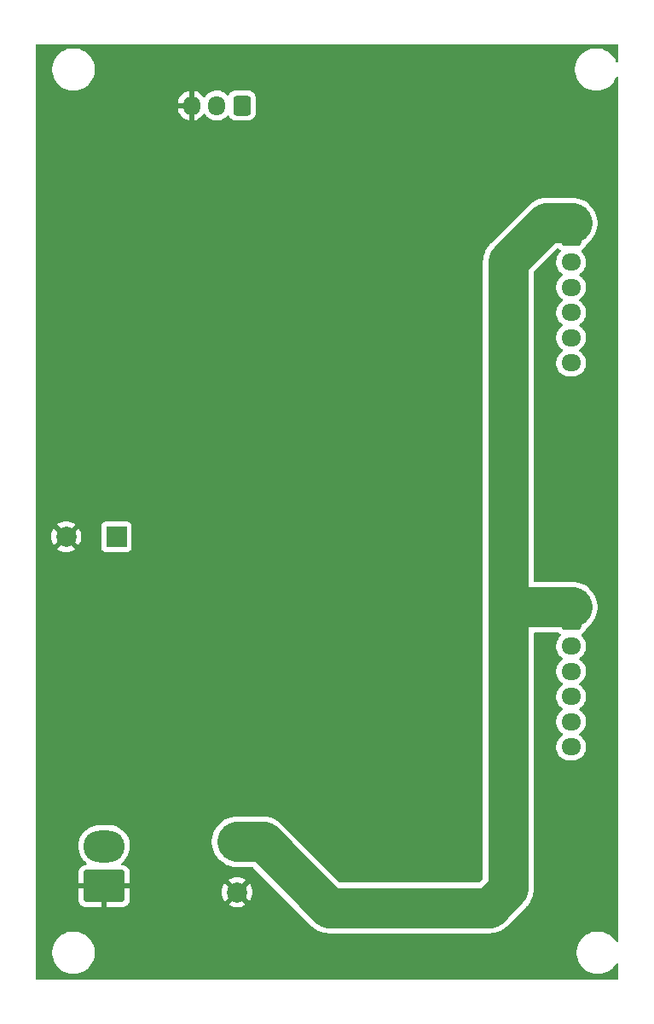
<source format=gbr>
%TF.GenerationSoftware,KiCad,Pcbnew,(6.0.6-0)*%
%TF.CreationDate,2024-07-06T11:12:15+02:00*%
%TF.ProjectId,10outputs,31306f75-7470-4757-9473-2e6b69636164,rev?*%
%TF.SameCoordinates,Original*%
%TF.FileFunction,Copper,L2,Bot*%
%TF.FilePolarity,Positive*%
%FSLAX46Y46*%
G04 Gerber Fmt 4.6, Leading zero omitted, Abs format (unit mm)*
G04 Created by KiCad (PCBNEW (6.0.6-0)) date 2024-07-06 11:12:15*
%MOMM*%
%LPD*%
G01*
G04 APERTURE LIST*
G04 Aperture macros list*
%AMRoundRect*
0 Rectangle with rounded corners*
0 $1 Rounding radius*
0 $2 $3 $4 $5 $6 $7 $8 $9 X,Y pos of 4 corners*
0 Add a 4 corners polygon primitive as box body*
4,1,4,$2,$3,$4,$5,$6,$7,$8,$9,$2,$3,0*
0 Add four circle primitives for the rounded corners*
1,1,$1+$1,$2,$3*
1,1,$1+$1,$4,$5*
1,1,$1+$1,$6,$7*
1,1,$1+$1,$8,$9*
0 Add four rect primitives between the rounded corners*
20,1,$1+$1,$2,$3,$4,$5,0*
20,1,$1+$1,$4,$5,$6,$7,0*
20,1,$1+$1,$6,$7,$8,$9,0*
20,1,$1+$1,$8,$9,$2,$3,0*%
G04 Aperture macros list end*
%TA.AperFunction,ComponentPad*%
%ADD10RoundRect,0.250000X0.600000X0.725000X-0.600000X0.725000X-0.600000X-0.725000X0.600000X-0.725000X0*%
%TD*%
%TA.AperFunction,ComponentPad*%
%ADD11O,1.700000X1.950000*%
%TD*%
%TA.AperFunction,ComponentPad*%
%ADD12RoundRect,0.250000X1.800000X-1.330000X1.800000X1.330000X-1.800000X1.330000X-1.800000X-1.330000X0*%
%TD*%
%TA.AperFunction,ComponentPad*%
%ADD13O,4.100000X3.160000*%
%TD*%
%TA.AperFunction,ComponentPad*%
%ADD14R,2.000000X2.000000*%
%TD*%
%TA.AperFunction,ComponentPad*%
%ADD15C,2.000000*%
%TD*%
%TA.AperFunction,ComponentPad*%
%ADD16RoundRect,0.250000X-0.725000X0.600000X-0.725000X-0.600000X0.725000X-0.600000X0.725000X0.600000X0*%
%TD*%
%TA.AperFunction,ComponentPad*%
%ADD17O,1.950000X1.700000*%
%TD*%
%TA.AperFunction,ViaPad*%
%ADD18C,4.000000*%
%TD*%
%TA.AperFunction,ViaPad*%
%ADD19C,1.500000*%
%TD*%
%TA.AperFunction,Conductor*%
%ADD20C,4.000000*%
%TD*%
G04 APERTURE END LIST*
D10*
%TO.P,J1,1,Pin_1*%
%TO.N,+3.3V*%
X110450000Y-39387000D03*
D11*
%TO.P,J1,2,Pin_2*%
%TO.N,IN1*%
X107950000Y-39387000D03*
%TO.P,J1,3,Pin_3*%
%TO.N,GND*%
X105450000Y-39387000D03*
%TD*%
D12*
%TO.P,J4,1,Pin_1*%
%TO.N,GND*%
X96774000Y-116840000D03*
D13*
%TO.P,J4,2,Pin_2*%
%TO.N,+24V*%
X96774000Y-112880000D03*
%TD*%
D14*
%TO.P,C1,1*%
%TO.N,+24V*%
X109982000Y-112440323D03*
D15*
%TO.P,C1,2*%
%TO.N,GND*%
X109982000Y-117440323D03*
%TD*%
D16*
%TO.P,J3,1,Pin_1*%
%TO.N,+24V*%
X143146000Y-52424000D03*
D17*
%TO.P,J3,2,Pin_2*%
%TO.N,GND_OUT10*%
X143146000Y-54924000D03*
%TO.P,J3,3,Pin_3*%
%TO.N,GND_OUT9*%
X143146000Y-57424000D03*
%TO.P,J3,4,Pin_4*%
%TO.N,GND_OUT8*%
X143146000Y-59924000D03*
%TO.P,J3,5,Pin_5*%
%TO.N,GND_OUT7*%
X143146000Y-62424000D03*
%TO.P,J3,6,Pin_6*%
%TO.N,GND_OUT6*%
X143146000Y-64924000D03*
%TD*%
D14*
%TO.P,C2,1*%
%TO.N,+5V*%
X97998677Y-82169000D03*
D15*
%TO.P,C2,2*%
%TO.N,GND*%
X92998677Y-82169000D03*
%TD*%
D16*
%TO.P,J2,1,Pin_1*%
%TO.N,+24V*%
X143146000Y-90524000D03*
D17*
%TO.P,J2,2,Pin_2*%
%TO.N,GND_OUT5*%
X143146000Y-93024000D03*
%TO.P,J2,3,Pin_3*%
%TO.N,GND_OUT4*%
X143146000Y-95524000D03*
%TO.P,J2,4,Pin_4*%
%TO.N,GND_OUT3*%
X143146000Y-98024000D03*
%TO.P,J2,5,Pin_5*%
%TO.N,GND_OUT2*%
X143146000Y-100524000D03*
%TO.P,J2,6,Pin_6*%
%TO.N,GND_OUT1*%
X143146000Y-103024000D03*
%TD*%
D18*
%TO.N,GND*%
X124841000Y-82804000D03*
X124841000Y-67564000D03*
D19*
X105791000Y-90424000D03*
D18*
X124841000Y-44704000D03*
X124841000Y-98044000D03*
X98171000Y-105029000D03*
X124841000Y-90424000D03*
X124841000Y-52324000D03*
X124841000Y-113284000D03*
X124841000Y-59944000D03*
X124841000Y-75184000D03*
X93726000Y-41529000D03*
D19*
X98806000Y-93599000D03*
D18*
X124841000Y-105664000D03*
%TD*%
D20*
%TO.N,+24V*%
X109982000Y-112440323D02*
X112567323Y-112440323D01*
X136906000Y-89154000D02*
X136906000Y-54864000D01*
X136906000Y-89154000D02*
X143256000Y-89154000D01*
X139446000Y-52324000D02*
X140716000Y-51054000D01*
X135001000Y-118999000D02*
X119126000Y-118999000D01*
X119126000Y-118999000D02*
X112567323Y-112440323D01*
X136906000Y-89154000D02*
X136906000Y-117094000D01*
X140716000Y-51054000D02*
X143256000Y-51054000D01*
X136906000Y-54864000D02*
X139446000Y-52324000D01*
X136906000Y-117094000D02*
X135001000Y-118999000D01*
%TD*%
%TA.AperFunction,Conductor*%
%TO.N,GND*%
G36*
X147788621Y-33303502D02*
G01*
X147835114Y-33357158D01*
X147846500Y-33409500D01*
X147846500Y-34993878D01*
X147826498Y-35061999D01*
X147772842Y-35108492D01*
X147702568Y-35118596D01*
X147637988Y-35089102D01*
X147604603Y-35043313D01*
X147525763Y-34858477D01*
X147524077Y-34854524D01*
X147376439Y-34607839D01*
X147196687Y-34383472D01*
X146988149Y-34185577D01*
X146754683Y-34017814D01*
X146732843Y-34006250D01*
X146709654Y-33993972D01*
X146500608Y-33883288D01*
X146230627Y-33784489D01*
X145949736Y-33723245D01*
X145918685Y-33720801D01*
X145726718Y-33705693D01*
X145726709Y-33705693D01*
X145724261Y-33705500D01*
X145568729Y-33705500D01*
X145566593Y-33705646D01*
X145566582Y-33705646D01*
X145358452Y-33719835D01*
X145358446Y-33719836D01*
X145354175Y-33720127D01*
X145349980Y-33720996D01*
X145349978Y-33720996D01*
X145213417Y-33749276D01*
X145072658Y-33778426D01*
X144801657Y-33874393D01*
X144546188Y-34006250D01*
X144542687Y-34008711D01*
X144542683Y-34008713D01*
X144532594Y-34015804D01*
X144310977Y-34171559D01*
X144100378Y-34367260D01*
X143918287Y-34589732D01*
X143768073Y-34834858D01*
X143652517Y-35098102D01*
X143573756Y-35374594D01*
X143533249Y-35659216D01*
X143533227Y-35663505D01*
X143533226Y-35663512D01*
X143531765Y-35942417D01*
X143531743Y-35946703D01*
X143569268Y-36231734D01*
X143645129Y-36509036D01*
X143646813Y-36512984D01*
X143677694Y-36585382D01*
X143757923Y-36773476D01*
X143905561Y-37020161D01*
X144085313Y-37244528D01*
X144293851Y-37442423D01*
X144527317Y-37610186D01*
X144531112Y-37612195D01*
X144531113Y-37612196D01*
X144552869Y-37623715D01*
X144781392Y-37744712D01*
X145051373Y-37843511D01*
X145332264Y-37904755D01*
X145360841Y-37907004D01*
X145555282Y-37922307D01*
X145555291Y-37922307D01*
X145557739Y-37922500D01*
X145713271Y-37922500D01*
X145715407Y-37922354D01*
X145715418Y-37922354D01*
X145923548Y-37908165D01*
X145923554Y-37908164D01*
X145927825Y-37907873D01*
X145932020Y-37907004D01*
X145932022Y-37907004D01*
X146068584Y-37878723D01*
X146209342Y-37849574D01*
X146480343Y-37753607D01*
X146735812Y-37621750D01*
X146739313Y-37619289D01*
X146739317Y-37619287D01*
X146853417Y-37539096D01*
X146971023Y-37456441D01*
X147181622Y-37260740D01*
X147363713Y-37038268D01*
X147513927Y-36793142D01*
X147605127Y-36585381D01*
X147650823Y-36531047D01*
X147718641Y-36510042D01*
X147787049Y-36529036D01*
X147834329Y-36582000D01*
X147846500Y-36636028D01*
X147846500Y-122308382D01*
X147826498Y-122376503D01*
X147772842Y-122422996D01*
X147702568Y-122433100D01*
X147637988Y-122403606D01*
X147612384Y-122373088D01*
X147533643Y-122241521D01*
X147533640Y-122241517D01*
X147531439Y-122237839D01*
X147351687Y-122013472D01*
X147143149Y-121815577D01*
X146909683Y-121647814D01*
X146887843Y-121636250D01*
X146864654Y-121623972D01*
X146655608Y-121513288D01*
X146439591Y-121434237D01*
X146389658Y-121415964D01*
X146389656Y-121415963D01*
X146385627Y-121414489D01*
X146104736Y-121353245D01*
X146073685Y-121350801D01*
X145881718Y-121335693D01*
X145881709Y-121335693D01*
X145879261Y-121335500D01*
X145723729Y-121335500D01*
X145721593Y-121335646D01*
X145721582Y-121335646D01*
X145513452Y-121349835D01*
X145513446Y-121349836D01*
X145509175Y-121350127D01*
X145504980Y-121350996D01*
X145504978Y-121350996D01*
X145368416Y-121379277D01*
X145227658Y-121408426D01*
X144956657Y-121504393D01*
X144701188Y-121636250D01*
X144697687Y-121638711D01*
X144697683Y-121638713D01*
X144687594Y-121645804D01*
X144465977Y-121801559D01*
X144255378Y-121997260D01*
X144073287Y-122219732D01*
X143923073Y-122464858D01*
X143807517Y-122728102D01*
X143728756Y-123004594D01*
X143688249Y-123289216D01*
X143688227Y-123293505D01*
X143688226Y-123293512D01*
X143686765Y-123572417D01*
X143686743Y-123576703D01*
X143724268Y-123861734D01*
X143800129Y-124139036D01*
X143912923Y-124403476D01*
X144060561Y-124650161D01*
X144240313Y-124874528D01*
X144448851Y-125072423D01*
X144682317Y-125240186D01*
X144686112Y-125242195D01*
X144686113Y-125242196D01*
X144707869Y-125253715D01*
X144936392Y-125374712D01*
X145206373Y-125473511D01*
X145487264Y-125534755D01*
X145515841Y-125537004D01*
X145710282Y-125552307D01*
X145710291Y-125552307D01*
X145712739Y-125552500D01*
X145868271Y-125552500D01*
X145870407Y-125552354D01*
X145870418Y-125552354D01*
X146078548Y-125538165D01*
X146078554Y-125538164D01*
X146082825Y-125537873D01*
X146087020Y-125537004D01*
X146087022Y-125537004D01*
X146223583Y-125508724D01*
X146364342Y-125479574D01*
X146635343Y-125383607D01*
X146890812Y-125251750D01*
X146894313Y-125249289D01*
X146894317Y-125249287D01*
X147008418Y-125169095D01*
X147126023Y-125086441D01*
X147336622Y-124890740D01*
X147518713Y-124668268D01*
X147613067Y-124514297D01*
X147665715Y-124466666D01*
X147735757Y-124455059D01*
X147800954Y-124483162D01*
X147840608Y-124542053D01*
X147846500Y-124580132D01*
X147846500Y-125972500D01*
X147826498Y-126040621D01*
X147772842Y-126087114D01*
X147720500Y-126098500D01*
X90108500Y-126098500D01*
X90040379Y-126078498D01*
X89993886Y-126024842D01*
X89982500Y-125972500D01*
X89982500Y-123576703D01*
X91616743Y-123576703D01*
X91654268Y-123861734D01*
X91730129Y-124139036D01*
X91842923Y-124403476D01*
X91990561Y-124650161D01*
X92170313Y-124874528D01*
X92378851Y-125072423D01*
X92612317Y-125240186D01*
X92616112Y-125242195D01*
X92616113Y-125242196D01*
X92637869Y-125253715D01*
X92866392Y-125374712D01*
X93136373Y-125473511D01*
X93417264Y-125534755D01*
X93445841Y-125537004D01*
X93640282Y-125552307D01*
X93640291Y-125552307D01*
X93642739Y-125552500D01*
X93798271Y-125552500D01*
X93800407Y-125552354D01*
X93800418Y-125552354D01*
X94008548Y-125538165D01*
X94008554Y-125538164D01*
X94012825Y-125537873D01*
X94017020Y-125537004D01*
X94017022Y-125537004D01*
X94153583Y-125508724D01*
X94294342Y-125479574D01*
X94565343Y-125383607D01*
X94820812Y-125251750D01*
X94824313Y-125249289D01*
X94824317Y-125249287D01*
X94938418Y-125169095D01*
X95056023Y-125086441D01*
X95266622Y-124890740D01*
X95448713Y-124668268D01*
X95598927Y-124423142D01*
X95714483Y-124159898D01*
X95793244Y-123883406D01*
X95833751Y-123598784D01*
X95833845Y-123580951D01*
X95835235Y-123315583D01*
X95835235Y-123315576D01*
X95835257Y-123311297D01*
X95797732Y-123026266D01*
X95721871Y-122748964D01*
X95609077Y-122484524D01*
X95461439Y-122237839D01*
X95281687Y-122013472D01*
X95073149Y-121815577D01*
X94839683Y-121647814D01*
X94817843Y-121636250D01*
X94794654Y-121623972D01*
X94585608Y-121513288D01*
X94369591Y-121434237D01*
X94319658Y-121415964D01*
X94319656Y-121415963D01*
X94315627Y-121414489D01*
X94034736Y-121353245D01*
X94003685Y-121350801D01*
X93811718Y-121335693D01*
X93811709Y-121335693D01*
X93809261Y-121335500D01*
X93653729Y-121335500D01*
X93651593Y-121335646D01*
X93651582Y-121335646D01*
X93443452Y-121349835D01*
X93443446Y-121349836D01*
X93439175Y-121350127D01*
X93434980Y-121350996D01*
X93434978Y-121350996D01*
X93298416Y-121379277D01*
X93157658Y-121408426D01*
X92886657Y-121504393D01*
X92631188Y-121636250D01*
X92627687Y-121638711D01*
X92627683Y-121638713D01*
X92617594Y-121645804D01*
X92395977Y-121801559D01*
X92185378Y-121997260D01*
X92003287Y-122219732D01*
X91853073Y-122464858D01*
X91737517Y-122728102D01*
X91658756Y-123004594D01*
X91618249Y-123289216D01*
X91618227Y-123293505D01*
X91618226Y-123293512D01*
X91616765Y-123572417D01*
X91616743Y-123576703D01*
X89982500Y-123576703D01*
X89982500Y-118217095D01*
X94216001Y-118217095D01*
X94216338Y-118223614D01*
X94226257Y-118319206D01*
X94229149Y-118332600D01*
X94280588Y-118486784D01*
X94286761Y-118499962D01*
X94372063Y-118637807D01*
X94381099Y-118649208D01*
X94495829Y-118763739D01*
X94507240Y-118772751D01*
X94645243Y-118857816D01*
X94658424Y-118863963D01*
X94812710Y-118915138D01*
X94826086Y-118918005D01*
X94920438Y-118927672D01*
X94926854Y-118928000D01*
X96501885Y-118928000D01*
X96517124Y-118923525D01*
X96518329Y-118922135D01*
X96520000Y-118914452D01*
X96520000Y-118909884D01*
X97028000Y-118909884D01*
X97032475Y-118925123D01*
X97033865Y-118926328D01*
X97041548Y-118927999D01*
X98621095Y-118927999D01*
X98627614Y-118927662D01*
X98723206Y-118917743D01*
X98736600Y-118914851D01*
X98890784Y-118863412D01*
X98903962Y-118857239D01*
X99041807Y-118771937D01*
X99053208Y-118762901D01*
X99142960Y-118672993D01*
X109114160Y-118672993D01*
X109119887Y-118680643D01*
X109291042Y-118785528D01*
X109299837Y-118790010D01*
X109509988Y-118877057D01*
X109519373Y-118880106D01*
X109740554Y-118933208D01*
X109750301Y-118934751D01*
X109977070Y-118952598D01*
X109986930Y-118952598D01*
X110213699Y-118934751D01*
X110223446Y-118933208D01*
X110444627Y-118880106D01*
X110454012Y-118877057D01*
X110664163Y-118790010D01*
X110672958Y-118785528D01*
X110840445Y-118682891D01*
X110849907Y-118672433D01*
X110846124Y-118663657D01*
X109994812Y-117812345D01*
X109980868Y-117804731D01*
X109979035Y-117804862D01*
X109972420Y-117809113D01*
X109120920Y-118660613D01*
X109114160Y-118672993D01*
X99142960Y-118672993D01*
X99167739Y-118648171D01*
X99176751Y-118636760D01*
X99261816Y-118498757D01*
X99267963Y-118485576D01*
X99319138Y-118331290D01*
X99322005Y-118317914D01*
X99331672Y-118223562D01*
X99332000Y-118217146D01*
X99332000Y-117445253D01*
X108469725Y-117445253D01*
X108487572Y-117672022D01*
X108489115Y-117681769D01*
X108542217Y-117902950D01*
X108545266Y-117912335D01*
X108632313Y-118122486D01*
X108636795Y-118131281D01*
X108739432Y-118298768D01*
X108749890Y-118308230D01*
X108758666Y-118304447D01*
X109609978Y-117453135D01*
X109616356Y-117441455D01*
X110346408Y-117441455D01*
X110346539Y-117443288D01*
X110350790Y-117449903D01*
X111202290Y-118301403D01*
X111214670Y-118308163D01*
X111222320Y-118302436D01*
X111327205Y-118131281D01*
X111331687Y-118122486D01*
X111418734Y-117912335D01*
X111421783Y-117902950D01*
X111474885Y-117681769D01*
X111476428Y-117672022D01*
X111494275Y-117445253D01*
X111494275Y-117435393D01*
X111476428Y-117208624D01*
X111474885Y-117198877D01*
X111421783Y-116977696D01*
X111418734Y-116968311D01*
X111331687Y-116758160D01*
X111327205Y-116749365D01*
X111224568Y-116581878D01*
X111214110Y-116572416D01*
X111205334Y-116576199D01*
X110354022Y-117427511D01*
X110346408Y-117441455D01*
X109616356Y-117441455D01*
X109617592Y-117439191D01*
X109617461Y-117437358D01*
X109613210Y-117430743D01*
X108761710Y-116579243D01*
X108749330Y-116572483D01*
X108741680Y-116578210D01*
X108636795Y-116749365D01*
X108632313Y-116758160D01*
X108545266Y-116968311D01*
X108542217Y-116977696D01*
X108489115Y-117198877D01*
X108487572Y-117208624D01*
X108469725Y-117435393D01*
X108469725Y-117445253D01*
X99332000Y-117445253D01*
X99332000Y-117112115D01*
X99327525Y-117096876D01*
X99326135Y-117095671D01*
X99318452Y-117094000D01*
X97046115Y-117094000D01*
X97030876Y-117098475D01*
X97029671Y-117099865D01*
X97028000Y-117107548D01*
X97028000Y-118909884D01*
X96520000Y-118909884D01*
X96520000Y-117112115D01*
X96515525Y-117096876D01*
X96514135Y-117095671D01*
X96506452Y-117094000D01*
X94234116Y-117094000D01*
X94218877Y-117098475D01*
X94217672Y-117099865D01*
X94216001Y-117107548D01*
X94216001Y-118217095D01*
X89982500Y-118217095D01*
X89982500Y-112806934D01*
X94211675Y-112806934D01*
X94211828Y-112811322D01*
X94211828Y-112811328D01*
X94221715Y-113094443D01*
X94221869Y-113098841D01*
X94272589Y-113386488D01*
X94273944Y-113390659D01*
X94273946Y-113390666D01*
X94319557Y-113531041D01*
X94362848Y-113664276D01*
X94364776Y-113668229D01*
X94364778Y-113668234D01*
X94422754Y-113787102D01*
X94490889Y-113926800D01*
X94493343Y-113930439D01*
X94493347Y-113930445D01*
X94651761Y-114165303D01*
X94651766Y-114165310D01*
X94654221Y-114168949D01*
X94657165Y-114172218D01*
X94657166Y-114172220D01*
X94757764Y-114283946D01*
X94849663Y-114386010D01*
X94951225Y-114471230D01*
X95020643Y-114529479D01*
X95059970Y-114588589D01*
X95061096Y-114659577D01*
X95023665Y-114719904D01*
X94959560Y-114750418D01*
X94939652Y-114752001D01*
X94926905Y-114752001D01*
X94920386Y-114752338D01*
X94824794Y-114762257D01*
X94811400Y-114765149D01*
X94657216Y-114816588D01*
X94644038Y-114822761D01*
X94506193Y-114908063D01*
X94494792Y-114917099D01*
X94380261Y-115031829D01*
X94371249Y-115043240D01*
X94286184Y-115181243D01*
X94280037Y-115194424D01*
X94228862Y-115348710D01*
X94225995Y-115362086D01*
X94216328Y-115456438D01*
X94216000Y-115462855D01*
X94216000Y-116567885D01*
X94220475Y-116583124D01*
X94221865Y-116584329D01*
X94229548Y-116586000D01*
X99313884Y-116586000D01*
X99329123Y-116581525D01*
X99330328Y-116580135D01*
X99331999Y-116572452D01*
X99331999Y-116208213D01*
X109114093Y-116208213D01*
X109117876Y-116216989D01*
X109969188Y-117068301D01*
X109983132Y-117075915D01*
X109984965Y-117075784D01*
X109991580Y-117071533D01*
X110843080Y-116220033D01*
X110849840Y-116207653D01*
X110844113Y-116200003D01*
X110672958Y-116095118D01*
X110664163Y-116090636D01*
X110454012Y-116003589D01*
X110444627Y-116000540D01*
X110223446Y-115947438D01*
X110213699Y-115945895D01*
X109986930Y-115928048D01*
X109977070Y-115928048D01*
X109750301Y-115945895D01*
X109740554Y-115947438D01*
X109519373Y-116000540D01*
X109509988Y-116003589D01*
X109299837Y-116090636D01*
X109291042Y-116095118D01*
X109123555Y-116197755D01*
X109114093Y-116208213D01*
X99331999Y-116208213D01*
X99331999Y-115462905D01*
X99331662Y-115456386D01*
X99321743Y-115360794D01*
X99318851Y-115347400D01*
X99267412Y-115193216D01*
X99261239Y-115180038D01*
X99175937Y-115042193D01*
X99166901Y-115030792D01*
X99052171Y-114916261D01*
X99040760Y-114907249D01*
X98902757Y-114822184D01*
X98889576Y-114816037D01*
X98735290Y-114764862D01*
X98721914Y-114761995D01*
X98627562Y-114752328D01*
X98621145Y-114752000D01*
X98608370Y-114752000D01*
X98540249Y-114731998D01*
X98493756Y-114678342D01*
X98483652Y-114608068D01*
X98513146Y-114543488D01*
X98534309Y-114524064D01*
X98586177Y-114486380D01*
X98586180Y-114486377D01*
X98589740Y-114483791D01*
X98600133Y-114473755D01*
X98796686Y-114283946D01*
X98796689Y-114283942D01*
X98799848Y-114280892D01*
X98979673Y-114050726D01*
X99125715Y-113797774D01*
X99235132Y-113526958D01*
X99305794Y-113243550D01*
X99308197Y-113220695D01*
X99335866Y-112957435D01*
X99335866Y-112957432D01*
X99336325Y-112953066D01*
X99335001Y-112915133D01*
X99326285Y-112665557D01*
X99326284Y-112665551D01*
X99326131Y-112661159D01*
X99315020Y-112598144D01*
X107473500Y-112598144D01*
X107513060Y-112911298D01*
X107591557Y-113217025D01*
X107593010Y-113220694D01*
X107593010Y-113220695D01*
X107656941Y-113382165D01*
X107707753Y-113510502D01*
X107709659Y-113513970D01*
X107709660Y-113513971D01*
X107789989Y-113660087D01*
X107859816Y-113787102D01*
X108045346Y-114042463D01*
X108261418Y-114272556D01*
X108504625Y-114473755D01*
X108771131Y-114642885D01*
X108774710Y-114644569D01*
X108774717Y-114644573D01*
X109053144Y-114775590D01*
X109053148Y-114775592D01*
X109056734Y-114777279D01*
X109356928Y-114874818D01*
X109666980Y-114933964D01*
X109903162Y-114948823D01*
X111476079Y-114948823D01*
X111544200Y-114968825D01*
X111565174Y-114985728D01*
X117322929Y-120743483D01*
X117325683Y-120746324D01*
X117405418Y-120831233D01*
X117408469Y-120833757D01*
X117495139Y-120905456D01*
X117498150Y-120908028D01*
X117582505Y-120982399D01*
X117582511Y-120982404D01*
X117585482Y-120985023D01*
X117613254Y-121003897D01*
X117622741Y-121011020D01*
X117645565Y-121029901D01*
X117645570Y-121029904D01*
X117648625Y-121032432D01*
X117746939Y-121094824D01*
X117750247Y-121096997D01*
X117843263Y-121160211D01*
X117843268Y-121160214D01*
X117846545Y-121162441D01*
X117850071Y-121164237D01*
X117850075Y-121164240D01*
X117860968Y-121169790D01*
X117876469Y-121177688D01*
X117886770Y-121183564D01*
X117915131Y-121201562D01*
X117918715Y-121203249D01*
X117918716Y-121203249D01*
X118020476Y-121251133D01*
X118024031Y-121252874D01*
X118124266Y-121303947D01*
X118124273Y-121303950D01*
X118127784Y-121305739D01*
X118131499Y-121307076D01*
X118131507Y-121307080D01*
X118159379Y-121317115D01*
X118170343Y-121321656D01*
X118197152Y-121334271D01*
X118197159Y-121334274D01*
X118200734Y-121335956D01*
X118311493Y-121371944D01*
X118315155Y-121373197D01*
X118424767Y-121412660D01*
X118457543Y-121419986D01*
X118468993Y-121423119D01*
X118497157Y-121432270D01*
X118497161Y-121432271D01*
X118500928Y-121433495D01*
X118591468Y-121450766D01*
X118615312Y-121455315D01*
X118619136Y-121456106D01*
X118732808Y-121481515D01*
X118765044Y-121484562D01*
X118766238Y-121484675D01*
X118777990Y-121486348D01*
X118807082Y-121491898D01*
X118807091Y-121491899D01*
X118810980Y-121492641D01*
X118927193Y-121499952D01*
X118931085Y-121500257D01*
X119047051Y-121511220D01*
X119051002Y-121511096D01*
X119051008Y-121511096D01*
X119163445Y-121507562D01*
X119167403Y-121507500D01*
X134959597Y-121507500D01*
X134963555Y-121507562D01*
X135075992Y-121511096D01*
X135075998Y-121511096D01*
X135079949Y-121511220D01*
X135195915Y-121500257D01*
X135199807Y-121499952D01*
X135316020Y-121492641D01*
X135319909Y-121491899D01*
X135319918Y-121491898D01*
X135349010Y-121486348D01*
X135360762Y-121484675D01*
X135361956Y-121484562D01*
X135394192Y-121481515D01*
X135507864Y-121456106D01*
X135511688Y-121455315D01*
X135535532Y-121450766D01*
X135626072Y-121433495D01*
X135629839Y-121432271D01*
X135629843Y-121432270D01*
X135658007Y-121423119D01*
X135669457Y-121419986D01*
X135702233Y-121412660D01*
X135811845Y-121373197D01*
X135815507Y-121371944D01*
X135926266Y-121335956D01*
X135929841Y-121334274D01*
X135929848Y-121334271D01*
X135956657Y-121321656D01*
X135967621Y-121317115D01*
X135995493Y-121307080D01*
X135995501Y-121307076D01*
X135999216Y-121305739D01*
X136002727Y-121303950D01*
X136002734Y-121303947D01*
X136102969Y-121252874D01*
X136106524Y-121251133D01*
X136208284Y-121203249D01*
X136208285Y-121203249D01*
X136211869Y-121201562D01*
X136240230Y-121183564D01*
X136250531Y-121177688D01*
X136266032Y-121169790D01*
X136276925Y-121164240D01*
X136276929Y-121164237D01*
X136280455Y-121162441D01*
X136283732Y-121160214D01*
X136283737Y-121160211D01*
X136376753Y-121096997D01*
X136380061Y-121094824D01*
X136478375Y-121032432D01*
X136481430Y-121029904D01*
X136481435Y-121029901D01*
X136504259Y-121011020D01*
X136513746Y-121003897D01*
X136541518Y-120985023D01*
X136544489Y-120982404D01*
X136544495Y-120982399D01*
X136628850Y-120908028D01*
X136631861Y-120905456D01*
X136718531Y-120833757D01*
X136721582Y-120831233D01*
X136801317Y-120746324D01*
X136804071Y-120743483D01*
X138650483Y-118897071D01*
X138653325Y-118894316D01*
X138686234Y-118863412D01*
X138738233Y-118814582D01*
X138812468Y-118724847D01*
X138815028Y-118721850D01*
X138889399Y-118637495D01*
X138889404Y-118637489D01*
X138892023Y-118634518D01*
X138910897Y-118606746D01*
X138918020Y-118597259D01*
X138936901Y-118574435D01*
X138936904Y-118574430D01*
X138939432Y-118571375D01*
X139001829Y-118473053D01*
X139003997Y-118469753D01*
X139067211Y-118376737D01*
X139067214Y-118376732D01*
X139069441Y-118373455D01*
X139084688Y-118343531D01*
X139090566Y-118333226D01*
X139106440Y-118308213D01*
X139106441Y-118308211D01*
X139108562Y-118304869D01*
X139158150Y-118199488D01*
X139159865Y-118195987D01*
X139212739Y-118092215D01*
X139214082Y-118088486D01*
X139224117Y-118060615D01*
X139228658Y-118049652D01*
X139241267Y-118022856D01*
X139241269Y-118022852D01*
X139242956Y-118019266D01*
X139244180Y-118015500D01*
X139244184Y-118015489D01*
X139278934Y-117908536D01*
X139280198Y-117904841D01*
X139319660Y-117795233D01*
X139326987Y-117762455D01*
X139330119Y-117751008D01*
X139339270Y-117722842D01*
X139340495Y-117719072D01*
X139362311Y-117604713D01*
X139363110Y-117600855D01*
X139387651Y-117491065D01*
X139387653Y-117491054D01*
X139388516Y-117487192D01*
X139391677Y-117453748D01*
X139393350Y-117441998D01*
X139393454Y-117441455D01*
X139399641Y-117409020D01*
X139406951Y-117292836D01*
X139407261Y-117288891D01*
X139417847Y-117176892D01*
X139418220Y-117172949D01*
X139415880Y-117098475D01*
X139414562Y-117056555D01*
X139414500Y-117052597D01*
X139414500Y-91788500D01*
X139434502Y-91720379D01*
X139488158Y-91673886D01*
X139540500Y-91662500D01*
X141834659Y-91662500D01*
X141902780Y-91682502D01*
X141923676Y-91699327D01*
X141942512Y-91718130D01*
X141942517Y-91718134D01*
X141947697Y-91723305D01*
X142093340Y-91813081D01*
X142140832Y-91865852D01*
X142152256Y-91935924D01*
X142123982Y-92001048D01*
X142114195Y-92011510D01*
X141999865Y-92120576D01*
X141862246Y-92305542D01*
X141757760Y-92511051D01*
X141756178Y-92516145D01*
X141756177Y-92516148D01*
X141694115Y-92716020D01*
X141689393Y-92731227D01*
X141688692Y-92736516D01*
X141673304Y-92852623D01*
X141659102Y-92959774D01*
X141667751Y-93190158D01*
X141715093Y-93415791D01*
X141799776Y-93630221D01*
X141919377Y-93827317D01*
X141922874Y-93831347D01*
X142009438Y-93931103D01*
X142070477Y-94001445D01*
X142074608Y-94004832D01*
X142244627Y-94144240D01*
X142244633Y-94144244D01*
X142248755Y-94147624D01*
X142280250Y-94165552D01*
X142329555Y-94216632D01*
X142343417Y-94286262D01*
X142317434Y-94352333D01*
X142288284Y-94379573D01*
X142166681Y-94461441D01*
X141999865Y-94620576D01*
X141862246Y-94805542D01*
X141757760Y-95011051D01*
X141756178Y-95016145D01*
X141756177Y-95016148D01*
X141694115Y-95216020D01*
X141689393Y-95231227D01*
X141688692Y-95236516D01*
X141673304Y-95352623D01*
X141659102Y-95459774D01*
X141667751Y-95690158D01*
X141715093Y-95915791D01*
X141799776Y-96130221D01*
X141919377Y-96327317D01*
X141922874Y-96331347D01*
X142009438Y-96431103D01*
X142070477Y-96501445D01*
X142074608Y-96504832D01*
X142244627Y-96644240D01*
X142244633Y-96644244D01*
X142248755Y-96647624D01*
X142280250Y-96665552D01*
X142329555Y-96716632D01*
X142343417Y-96786262D01*
X142317434Y-96852333D01*
X142288284Y-96879573D01*
X142166681Y-96961441D01*
X141999865Y-97120576D01*
X141862246Y-97305542D01*
X141757760Y-97511051D01*
X141756178Y-97516145D01*
X141756177Y-97516148D01*
X141694115Y-97716020D01*
X141689393Y-97731227D01*
X141688692Y-97736516D01*
X141673304Y-97852623D01*
X141659102Y-97959774D01*
X141667751Y-98190158D01*
X141715093Y-98415791D01*
X141799776Y-98630221D01*
X141919377Y-98827317D01*
X141922874Y-98831347D01*
X142009438Y-98931103D01*
X142070477Y-99001445D01*
X142074608Y-99004832D01*
X142244627Y-99144240D01*
X142244633Y-99144244D01*
X142248755Y-99147624D01*
X142280250Y-99165552D01*
X142329555Y-99216632D01*
X142343417Y-99286262D01*
X142317434Y-99352333D01*
X142288284Y-99379573D01*
X142166681Y-99461441D01*
X141999865Y-99620576D01*
X141862246Y-99805542D01*
X141757760Y-100011051D01*
X141756178Y-100016145D01*
X141756177Y-100016148D01*
X141694115Y-100216020D01*
X141689393Y-100231227D01*
X141688692Y-100236516D01*
X141673304Y-100352623D01*
X141659102Y-100459774D01*
X141667751Y-100690158D01*
X141715093Y-100915791D01*
X141799776Y-101130221D01*
X141919377Y-101327317D01*
X141922874Y-101331347D01*
X142009438Y-101431103D01*
X142070477Y-101501445D01*
X142074608Y-101504832D01*
X142244627Y-101644240D01*
X142244633Y-101644244D01*
X142248755Y-101647624D01*
X142280250Y-101665552D01*
X142329555Y-101716632D01*
X142343417Y-101786262D01*
X142317434Y-101852333D01*
X142288284Y-101879573D01*
X142166681Y-101961441D01*
X141999865Y-102120576D01*
X141862246Y-102305542D01*
X141757760Y-102511051D01*
X141756178Y-102516145D01*
X141756177Y-102516148D01*
X141694115Y-102716020D01*
X141689393Y-102731227D01*
X141688692Y-102736516D01*
X141673304Y-102852623D01*
X141659102Y-102959774D01*
X141667751Y-103190158D01*
X141715093Y-103415791D01*
X141799776Y-103630221D01*
X141919377Y-103827317D01*
X141922874Y-103831347D01*
X142009438Y-103931103D01*
X142070477Y-104001445D01*
X142074608Y-104004832D01*
X142244627Y-104144240D01*
X142244633Y-104144244D01*
X142248755Y-104147624D01*
X142253391Y-104150263D01*
X142253394Y-104150265D01*
X142362422Y-104212327D01*
X142449114Y-104261675D01*
X142665825Y-104340337D01*
X142671074Y-104341286D01*
X142671077Y-104341287D01*
X142888608Y-104380623D01*
X142888615Y-104380624D01*
X142892692Y-104381361D01*
X142910414Y-104382197D01*
X142915356Y-104382430D01*
X142915363Y-104382430D01*
X142916844Y-104382500D01*
X143328890Y-104382500D01*
X143395809Y-104376822D01*
X143495409Y-104368371D01*
X143495413Y-104368370D01*
X143500720Y-104367920D01*
X143505875Y-104366582D01*
X143505881Y-104366581D01*
X143718703Y-104311343D01*
X143718707Y-104311342D01*
X143723872Y-104310001D01*
X143728738Y-104307809D01*
X143728741Y-104307808D01*
X143929202Y-104217507D01*
X143934075Y-104215312D01*
X144125319Y-104086559D01*
X144292135Y-103927424D01*
X144429754Y-103742458D01*
X144534240Y-103536949D01*
X144570321Y-103420752D01*
X144601024Y-103321871D01*
X144602607Y-103316773D01*
X144603308Y-103311484D01*
X144632198Y-103093511D01*
X144632198Y-103093506D01*
X144632898Y-103088226D01*
X144624249Y-102857842D01*
X144576907Y-102632209D01*
X144492224Y-102417779D01*
X144372623Y-102220683D01*
X144285755Y-102120576D01*
X144225023Y-102050588D01*
X144225021Y-102050586D01*
X144221523Y-102046555D01*
X144179970Y-102012484D01*
X144047373Y-101903760D01*
X144047367Y-101903756D01*
X144043245Y-101900376D01*
X144011750Y-101882448D01*
X143962445Y-101831368D01*
X143948583Y-101761738D01*
X143974566Y-101695667D01*
X144003716Y-101668427D01*
X144039642Y-101644240D01*
X144125319Y-101586559D01*
X144292135Y-101427424D01*
X144429754Y-101242458D01*
X144534240Y-101036949D01*
X144570321Y-100920752D01*
X144601024Y-100821871D01*
X144602607Y-100816773D01*
X144603308Y-100811484D01*
X144632198Y-100593511D01*
X144632198Y-100593506D01*
X144632898Y-100588226D01*
X144624249Y-100357842D01*
X144576907Y-100132209D01*
X144492224Y-99917779D01*
X144372623Y-99720683D01*
X144285755Y-99620576D01*
X144225023Y-99550588D01*
X144225021Y-99550586D01*
X144221523Y-99546555D01*
X144179970Y-99512484D01*
X144047373Y-99403760D01*
X144047367Y-99403756D01*
X144043245Y-99400376D01*
X144011750Y-99382448D01*
X143962445Y-99331368D01*
X143948583Y-99261738D01*
X143974566Y-99195667D01*
X144003716Y-99168427D01*
X144039642Y-99144240D01*
X144125319Y-99086559D01*
X144292135Y-98927424D01*
X144429754Y-98742458D01*
X144534240Y-98536949D01*
X144570321Y-98420752D01*
X144601024Y-98321871D01*
X144602607Y-98316773D01*
X144603308Y-98311484D01*
X144632198Y-98093511D01*
X144632198Y-98093506D01*
X144632898Y-98088226D01*
X144624249Y-97857842D01*
X144576907Y-97632209D01*
X144492224Y-97417779D01*
X144372623Y-97220683D01*
X144285755Y-97120576D01*
X144225023Y-97050588D01*
X144225021Y-97050586D01*
X144221523Y-97046555D01*
X144179970Y-97012484D01*
X144047373Y-96903760D01*
X144047367Y-96903756D01*
X144043245Y-96900376D01*
X144011750Y-96882448D01*
X143962445Y-96831368D01*
X143948583Y-96761738D01*
X143974566Y-96695667D01*
X144003716Y-96668427D01*
X144039642Y-96644240D01*
X144125319Y-96586559D01*
X144292135Y-96427424D01*
X144429754Y-96242458D01*
X144534240Y-96036949D01*
X144570321Y-95920752D01*
X144601024Y-95821871D01*
X144602607Y-95816773D01*
X144603308Y-95811484D01*
X144632198Y-95593511D01*
X144632198Y-95593506D01*
X144632898Y-95588226D01*
X144624249Y-95357842D01*
X144576907Y-95132209D01*
X144492224Y-94917779D01*
X144372623Y-94720683D01*
X144285755Y-94620576D01*
X144225023Y-94550588D01*
X144225021Y-94550586D01*
X144221523Y-94546555D01*
X144179970Y-94512484D01*
X144047373Y-94403760D01*
X144047367Y-94403756D01*
X144043245Y-94400376D01*
X144011750Y-94382448D01*
X143962445Y-94331368D01*
X143948583Y-94261738D01*
X143974566Y-94195667D01*
X144003716Y-94168427D01*
X144039642Y-94144240D01*
X144125319Y-94086559D01*
X144292135Y-93927424D01*
X144429754Y-93742458D01*
X144534240Y-93536949D01*
X144570321Y-93420752D01*
X144601024Y-93321871D01*
X144602607Y-93316773D01*
X144603308Y-93311484D01*
X144632198Y-93093511D01*
X144632198Y-93093506D01*
X144632898Y-93088226D01*
X144624249Y-92857842D01*
X144576907Y-92632209D01*
X144492224Y-92417779D01*
X144372623Y-92220683D01*
X144285755Y-92120576D01*
X144225023Y-92050588D01*
X144225021Y-92050586D01*
X144221523Y-92046555D01*
X144185880Y-92017330D01*
X144145886Y-91958671D01*
X144143954Y-91887701D01*
X144180698Y-91826952D01*
X144199468Y-91812752D01*
X144339120Y-91726332D01*
X144345348Y-91722478D01*
X144470305Y-91597303D01*
X144563115Y-91446738D01*
X144612515Y-91297799D01*
X144652945Y-91239440D01*
X144664594Y-91231082D01*
X144730024Y-91189559D01*
X144730028Y-91189556D01*
X144733375Y-91187432D01*
X144976582Y-90986233D01*
X145192654Y-90756140D01*
X145378184Y-90500779D01*
X145530247Y-90224179D01*
X145646443Y-89930702D01*
X145724940Y-89624975D01*
X145764500Y-89311821D01*
X145764500Y-88996179D01*
X145724940Y-88683025D01*
X145646443Y-88377298D01*
X145530247Y-88083821D01*
X145378184Y-87807221D01*
X145192654Y-87551860D01*
X144976582Y-87321767D01*
X144733375Y-87120568D01*
X144466869Y-86951438D01*
X144463290Y-86949754D01*
X144463283Y-86949750D01*
X144184856Y-86818733D01*
X144184852Y-86818731D01*
X144181266Y-86817044D01*
X143881072Y-86719505D01*
X143571020Y-86660359D01*
X143334838Y-86645500D01*
X139540500Y-86645500D01*
X139472379Y-86625498D01*
X139425886Y-86571842D01*
X139414500Y-86519500D01*
X139414500Y-55955244D01*
X139434502Y-55887123D01*
X139451405Y-55866149D01*
X141275524Y-54042031D01*
X141275531Y-54042023D01*
X141718149Y-53599405D01*
X141780461Y-53565379D01*
X141807244Y-53562500D01*
X141834659Y-53562500D01*
X141902780Y-53582502D01*
X141923676Y-53599327D01*
X141942512Y-53618130D01*
X141942517Y-53618134D01*
X141947697Y-53623305D01*
X142093340Y-53713081D01*
X142140832Y-53765852D01*
X142152256Y-53835924D01*
X142123982Y-53901048D01*
X142114195Y-53911510D01*
X141999865Y-54020576D01*
X141862246Y-54205542D01*
X141859830Y-54210293D01*
X141859828Y-54210297D01*
X141843293Y-54242820D01*
X141757760Y-54411051D01*
X141756178Y-54416145D01*
X141756177Y-54416148D01*
X141713702Y-54552941D01*
X141689393Y-54631227D01*
X141688692Y-54636516D01*
X141669006Y-54785051D01*
X141659102Y-54859774D01*
X141667751Y-55090158D01*
X141715093Y-55315791D01*
X141799776Y-55530221D01*
X141919377Y-55727317D01*
X141922874Y-55731347D01*
X142009438Y-55831103D01*
X142070477Y-55901445D01*
X142074608Y-55904832D01*
X142244627Y-56044240D01*
X142244633Y-56044244D01*
X142248755Y-56047624D01*
X142280250Y-56065552D01*
X142329555Y-56116632D01*
X142343417Y-56186262D01*
X142317434Y-56252333D01*
X142288284Y-56279573D01*
X142166681Y-56361441D01*
X141999865Y-56520576D01*
X141862246Y-56705542D01*
X141757760Y-56911051D01*
X141756178Y-56916145D01*
X141756177Y-56916148D01*
X141694115Y-57116020D01*
X141689393Y-57131227D01*
X141688692Y-57136516D01*
X141673304Y-57252623D01*
X141659102Y-57359774D01*
X141667751Y-57590158D01*
X141715093Y-57815791D01*
X141799776Y-58030221D01*
X141919377Y-58227317D01*
X141922874Y-58231347D01*
X142009438Y-58331103D01*
X142070477Y-58401445D01*
X142074608Y-58404832D01*
X142244627Y-58544240D01*
X142244633Y-58544244D01*
X142248755Y-58547624D01*
X142280250Y-58565552D01*
X142329555Y-58616632D01*
X142343417Y-58686262D01*
X142317434Y-58752333D01*
X142288284Y-58779573D01*
X142166681Y-58861441D01*
X141999865Y-59020576D01*
X141862246Y-59205542D01*
X141757760Y-59411051D01*
X141756178Y-59416145D01*
X141756177Y-59416148D01*
X141694115Y-59616020D01*
X141689393Y-59631227D01*
X141688692Y-59636516D01*
X141673304Y-59752623D01*
X141659102Y-59859774D01*
X141667751Y-60090158D01*
X141715093Y-60315791D01*
X141799776Y-60530221D01*
X141919377Y-60727317D01*
X141922874Y-60731347D01*
X142009438Y-60831103D01*
X142070477Y-60901445D01*
X142074608Y-60904832D01*
X142244627Y-61044240D01*
X142244633Y-61044244D01*
X142248755Y-61047624D01*
X142280250Y-61065552D01*
X142329555Y-61116632D01*
X142343417Y-61186262D01*
X142317434Y-61252333D01*
X142288284Y-61279573D01*
X142166681Y-61361441D01*
X141999865Y-61520576D01*
X141862246Y-61705542D01*
X141757760Y-61911051D01*
X141756178Y-61916145D01*
X141756177Y-61916148D01*
X141694115Y-62116020D01*
X141689393Y-62131227D01*
X141688692Y-62136516D01*
X141673304Y-62252623D01*
X141659102Y-62359774D01*
X141667751Y-62590158D01*
X141715093Y-62815791D01*
X141799776Y-63030221D01*
X141919377Y-63227317D01*
X141922874Y-63231347D01*
X142009438Y-63331103D01*
X142070477Y-63401445D01*
X142074608Y-63404832D01*
X142244627Y-63544240D01*
X142244633Y-63544244D01*
X142248755Y-63547624D01*
X142280250Y-63565552D01*
X142329555Y-63616632D01*
X142343417Y-63686262D01*
X142317434Y-63752333D01*
X142288284Y-63779573D01*
X142166681Y-63861441D01*
X141999865Y-64020576D01*
X141862246Y-64205542D01*
X141757760Y-64411051D01*
X141756178Y-64416145D01*
X141756177Y-64416148D01*
X141694115Y-64616020D01*
X141689393Y-64631227D01*
X141688692Y-64636516D01*
X141673304Y-64752623D01*
X141659102Y-64859774D01*
X141667751Y-65090158D01*
X141715093Y-65315791D01*
X141799776Y-65530221D01*
X141919377Y-65727317D01*
X141922874Y-65731347D01*
X142009438Y-65831103D01*
X142070477Y-65901445D01*
X142074608Y-65904832D01*
X142244627Y-66044240D01*
X142244633Y-66044244D01*
X142248755Y-66047624D01*
X142253391Y-66050263D01*
X142253394Y-66050265D01*
X142362422Y-66112327D01*
X142449114Y-66161675D01*
X142665825Y-66240337D01*
X142671074Y-66241286D01*
X142671077Y-66241287D01*
X142888608Y-66280623D01*
X142888615Y-66280624D01*
X142892692Y-66281361D01*
X142910414Y-66282197D01*
X142915356Y-66282430D01*
X142915363Y-66282430D01*
X142916844Y-66282500D01*
X143328890Y-66282500D01*
X143395809Y-66276822D01*
X143495409Y-66268371D01*
X143495413Y-66268370D01*
X143500720Y-66267920D01*
X143505875Y-66266582D01*
X143505881Y-66266581D01*
X143718703Y-66211343D01*
X143718707Y-66211342D01*
X143723872Y-66210001D01*
X143728738Y-66207809D01*
X143728741Y-66207808D01*
X143929202Y-66117507D01*
X143934075Y-66115312D01*
X144125319Y-65986559D01*
X144292135Y-65827424D01*
X144429754Y-65642458D01*
X144534240Y-65436949D01*
X144570321Y-65320752D01*
X144601024Y-65221871D01*
X144602607Y-65216773D01*
X144603308Y-65211484D01*
X144632198Y-64993511D01*
X144632198Y-64993506D01*
X144632898Y-64988226D01*
X144624249Y-64757842D01*
X144576907Y-64532209D01*
X144492224Y-64317779D01*
X144372623Y-64120683D01*
X144285755Y-64020576D01*
X144225023Y-63950588D01*
X144225021Y-63950586D01*
X144221523Y-63946555D01*
X144179970Y-63912484D01*
X144047373Y-63803760D01*
X144047367Y-63803756D01*
X144043245Y-63800376D01*
X144011750Y-63782448D01*
X143962445Y-63731368D01*
X143948583Y-63661738D01*
X143974566Y-63595667D01*
X144003716Y-63568427D01*
X144039642Y-63544240D01*
X144125319Y-63486559D01*
X144292135Y-63327424D01*
X144429754Y-63142458D01*
X144534240Y-62936949D01*
X144570321Y-62820752D01*
X144601024Y-62721871D01*
X144602607Y-62716773D01*
X144603308Y-62711484D01*
X144632198Y-62493511D01*
X144632198Y-62493506D01*
X144632898Y-62488226D01*
X144624249Y-62257842D01*
X144576907Y-62032209D01*
X144492224Y-61817779D01*
X144372623Y-61620683D01*
X144285755Y-61520576D01*
X144225023Y-61450588D01*
X144225021Y-61450586D01*
X144221523Y-61446555D01*
X144179970Y-61412484D01*
X144047373Y-61303760D01*
X144047367Y-61303756D01*
X144043245Y-61300376D01*
X144011750Y-61282448D01*
X143962445Y-61231368D01*
X143948583Y-61161738D01*
X143974566Y-61095667D01*
X144003716Y-61068427D01*
X144039642Y-61044240D01*
X144125319Y-60986559D01*
X144292135Y-60827424D01*
X144429754Y-60642458D01*
X144534240Y-60436949D01*
X144570321Y-60320752D01*
X144601024Y-60221871D01*
X144602607Y-60216773D01*
X144603308Y-60211484D01*
X144632198Y-59993511D01*
X144632198Y-59993506D01*
X144632898Y-59988226D01*
X144624249Y-59757842D01*
X144576907Y-59532209D01*
X144492224Y-59317779D01*
X144372623Y-59120683D01*
X144285755Y-59020576D01*
X144225023Y-58950588D01*
X144225021Y-58950586D01*
X144221523Y-58946555D01*
X144179970Y-58912484D01*
X144047373Y-58803760D01*
X144047367Y-58803756D01*
X144043245Y-58800376D01*
X144011750Y-58782448D01*
X143962445Y-58731368D01*
X143948583Y-58661738D01*
X143974566Y-58595667D01*
X144003716Y-58568427D01*
X144039642Y-58544240D01*
X144125319Y-58486559D01*
X144292135Y-58327424D01*
X144429754Y-58142458D01*
X144534240Y-57936949D01*
X144570321Y-57820752D01*
X144601024Y-57721871D01*
X144602607Y-57716773D01*
X144603308Y-57711484D01*
X144632198Y-57493511D01*
X144632198Y-57493506D01*
X144632898Y-57488226D01*
X144624249Y-57257842D01*
X144576907Y-57032209D01*
X144492224Y-56817779D01*
X144372623Y-56620683D01*
X144285755Y-56520576D01*
X144225023Y-56450588D01*
X144225021Y-56450586D01*
X144221523Y-56446555D01*
X144179970Y-56412484D01*
X144047373Y-56303760D01*
X144047367Y-56303756D01*
X144043245Y-56300376D01*
X144011750Y-56282448D01*
X143962445Y-56231368D01*
X143948583Y-56161738D01*
X143974566Y-56095667D01*
X144003716Y-56068427D01*
X144039642Y-56044240D01*
X144125319Y-55986559D01*
X144158146Y-55955244D01*
X144210991Y-55904832D01*
X144292135Y-55827424D01*
X144429754Y-55642458D01*
X144534240Y-55436949D01*
X144570321Y-55320752D01*
X144601024Y-55221871D01*
X144602607Y-55216773D01*
X144603308Y-55211484D01*
X144632198Y-54993511D01*
X144632198Y-54993506D01*
X144632898Y-54988226D01*
X144624249Y-54757842D01*
X144576907Y-54532209D01*
X144554215Y-54474749D01*
X144494185Y-54322744D01*
X144494184Y-54322742D01*
X144492224Y-54317779D01*
X144372623Y-54120683D01*
X144285755Y-54020576D01*
X144225023Y-53950588D01*
X144225021Y-53950586D01*
X144221523Y-53946555D01*
X144185880Y-53917330D01*
X144145886Y-53858671D01*
X144143954Y-53787701D01*
X144180698Y-53726952D01*
X144199468Y-53712752D01*
X144339120Y-53626332D01*
X144345348Y-53622478D01*
X144470305Y-53497303D01*
X144538528Y-53386625D01*
X144559275Y-53352968D01*
X144559276Y-53352966D01*
X144563115Y-53346738D01*
X144612515Y-53197799D01*
X144652945Y-53139440D01*
X144664594Y-53131082D01*
X144730024Y-53089559D01*
X144730028Y-53089556D01*
X144733375Y-53087432D01*
X144976582Y-52886233D01*
X145192654Y-52656140D01*
X145378184Y-52400779D01*
X145530247Y-52124179D01*
X145646443Y-51830702D01*
X145724940Y-51524975D01*
X145764500Y-51211821D01*
X145764500Y-50896179D01*
X145724940Y-50583025D01*
X145646443Y-50277298D01*
X145530247Y-49983821D01*
X145378184Y-49707221D01*
X145192654Y-49451860D01*
X144976582Y-49221767D01*
X144733375Y-49020568D01*
X144466869Y-48851438D01*
X144463290Y-48849754D01*
X144463283Y-48849750D01*
X144184856Y-48718733D01*
X144184852Y-48718731D01*
X144181266Y-48717044D01*
X143881072Y-48619505D01*
X143571020Y-48560359D01*
X143334838Y-48545500D01*
X140757383Y-48545500D01*
X140753425Y-48545438D01*
X140641009Y-48541905D01*
X140641003Y-48541905D01*
X140637051Y-48541781D01*
X140567348Y-48548370D01*
X140521141Y-48552737D01*
X140517196Y-48553047D01*
X140474927Y-48555707D01*
X140400980Y-48560359D01*
X140397087Y-48561102D01*
X140397084Y-48561102D01*
X140387686Y-48562895D01*
X140367984Y-48566653D01*
X140356242Y-48568325D01*
X140322808Y-48571485D01*
X140209136Y-48596894D01*
X140205312Y-48597685D01*
X140181468Y-48602234D01*
X140090928Y-48619505D01*
X140087161Y-48620729D01*
X140087157Y-48620730D01*
X140058993Y-48629881D01*
X140047544Y-48633014D01*
X140014767Y-48640340D01*
X139905155Y-48679803D01*
X139901493Y-48681056D01*
X139790734Y-48717044D01*
X139787159Y-48718726D01*
X139787152Y-48718729D01*
X139760343Y-48731344D01*
X139749379Y-48735885D01*
X139721507Y-48745920D01*
X139721499Y-48745924D01*
X139717784Y-48747261D01*
X139714273Y-48749050D01*
X139714266Y-48749053D01*
X139614041Y-48800121D01*
X139610495Y-48801858D01*
X139505131Y-48851438D01*
X139476767Y-48869438D01*
X139466472Y-48875311D01*
X139436545Y-48890560D01*
X139433271Y-48892785D01*
X139340260Y-48955995D01*
X139336960Y-48958163D01*
X139238625Y-49020568D01*
X139235573Y-49023093D01*
X139235565Y-49023099D01*
X139212741Y-49041980D01*
X139203254Y-49049103D01*
X139175482Y-49067977D01*
X139172505Y-49070602D01*
X139088136Y-49144983D01*
X139085166Y-49147521D01*
X138995418Y-49221767D01*
X138992707Y-49224654D01*
X138915698Y-49306660D01*
X138912943Y-49309502D01*
X137727977Y-50494469D01*
X137727969Y-50494476D01*
X137727953Y-50494492D01*
X135161517Y-53060929D01*
X135158676Y-53063683D01*
X135073767Y-53143418D01*
X135028779Y-53197800D01*
X134999544Y-53233139D01*
X134996972Y-53236150D01*
X134922601Y-53320505D01*
X134922596Y-53320511D01*
X134919977Y-53323482D01*
X134901107Y-53351249D01*
X134893980Y-53360741D01*
X134875099Y-53383565D01*
X134872568Y-53386625D01*
X134810176Y-53484939D01*
X134808008Y-53488239D01*
X134798328Y-53502483D01*
X134757541Y-53562500D01*
X134742559Y-53584545D01*
X134727312Y-53614469D01*
X134721436Y-53624770D01*
X134703438Y-53653131D01*
X134701751Y-53656715D01*
X134701751Y-53656716D01*
X134653867Y-53758476D01*
X134652130Y-53762023D01*
X134645623Y-53774793D01*
X134601053Y-53862266D01*
X134601050Y-53862273D01*
X134599261Y-53865784D01*
X134597924Y-53869499D01*
X134597920Y-53869507D01*
X134587885Y-53897379D01*
X134583344Y-53908343D01*
X134570729Y-53935152D01*
X134570726Y-53935159D01*
X134569044Y-53938734D01*
X134533056Y-54049493D01*
X134531803Y-54053155D01*
X134492340Y-54162767D01*
X134485014Y-54195543D01*
X134481881Y-54206993D01*
X134472730Y-54235157D01*
X134471505Y-54238928D01*
X134470763Y-54242820D01*
X134449685Y-54353312D01*
X134448894Y-54357136D01*
X134423485Y-54470808D01*
X134420438Y-54503044D01*
X134420325Y-54504238D01*
X134418652Y-54515990D01*
X134413102Y-54545082D01*
X134413101Y-54545091D01*
X134412359Y-54548980D01*
X134412110Y-54552941D01*
X134405050Y-54665169D01*
X134404743Y-54669085D01*
X134393780Y-54785051D01*
X134393904Y-54789002D01*
X134393904Y-54789008D01*
X134397438Y-54901445D01*
X134397500Y-54905403D01*
X134397500Y-116002756D01*
X134377498Y-116070877D01*
X134360595Y-116091851D01*
X133998851Y-116453595D01*
X133936539Y-116487621D01*
X133909756Y-116490500D01*
X120217244Y-116490500D01*
X120149123Y-116470498D01*
X120128149Y-116453595D01*
X114370394Y-110695840D01*
X114367639Y-110692998D01*
X114290616Y-110610977D01*
X114287905Y-110608090D01*
X114198170Y-110533855D01*
X114195173Y-110531295D01*
X114110818Y-110456924D01*
X114110812Y-110456919D01*
X114107841Y-110454300D01*
X114080069Y-110435426D01*
X114070582Y-110428303D01*
X114047758Y-110409422D01*
X114047750Y-110409416D01*
X114044698Y-110406891D01*
X113946376Y-110344494D01*
X113943076Y-110342326D01*
X113850060Y-110279112D01*
X113850055Y-110279109D01*
X113846778Y-110276882D01*
X113843252Y-110275086D01*
X113843248Y-110275083D01*
X113832355Y-110269533D01*
X113816854Y-110261635D01*
X113806549Y-110255757D01*
X113781536Y-110239883D01*
X113781534Y-110239882D01*
X113778192Y-110237761D01*
X113672838Y-110188186D01*
X113669292Y-110186449D01*
X113569057Y-110135376D01*
X113569050Y-110135373D01*
X113565539Y-110133584D01*
X113561824Y-110132247D01*
X113561816Y-110132243D01*
X113533944Y-110122208D01*
X113522980Y-110117667D01*
X113496171Y-110105052D01*
X113496164Y-110105049D01*
X113492589Y-110103367D01*
X113381830Y-110067379D01*
X113378168Y-110066126D01*
X113268556Y-110026663D01*
X113235779Y-110019337D01*
X113224330Y-110016204D01*
X113196166Y-110007053D01*
X113196162Y-110007052D01*
X113192395Y-110005828D01*
X113101855Y-109988557D01*
X113078011Y-109984008D01*
X113074187Y-109983217D01*
X112960515Y-109957808D01*
X112927085Y-109954648D01*
X112915333Y-109952975D01*
X112886241Y-109947425D01*
X112886232Y-109947424D01*
X112882343Y-109946682D01*
X112766130Y-109939371D01*
X112762238Y-109939066D01*
X112646272Y-109928103D01*
X112642321Y-109928227D01*
X112642315Y-109928227D01*
X112529878Y-109931761D01*
X112525920Y-109931823D01*
X109903162Y-109931823D01*
X109666980Y-109946682D01*
X109356928Y-110005828D01*
X109056734Y-110103367D01*
X109053148Y-110105054D01*
X109053144Y-110105056D01*
X108774717Y-110236073D01*
X108774710Y-110236077D01*
X108771131Y-110237761D01*
X108504625Y-110406891D01*
X108261418Y-110608090D01*
X108045346Y-110838183D01*
X107859816Y-111093544D01*
X107857909Y-111097013D01*
X107857907Y-111097016D01*
X107807300Y-111189070D01*
X107707753Y-111370144D01*
X107706300Y-111373813D01*
X107706298Y-111373818D01*
X107618846Y-111594697D01*
X107591557Y-111663621D01*
X107513060Y-111969348D01*
X107473500Y-112282502D01*
X107473500Y-112598144D01*
X99315020Y-112598144D01*
X99275411Y-112373512D01*
X99274056Y-112369341D01*
X99274054Y-112369334D01*
X99186513Y-112099913D01*
X99185152Y-112095724D01*
X99057111Y-111833200D01*
X99054657Y-111829561D01*
X99054653Y-111829555D01*
X98896239Y-111594697D01*
X98896234Y-111594690D01*
X98893779Y-111591051D01*
X98792986Y-111479108D01*
X98701285Y-111377264D01*
X98701284Y-111377263D01*
X98698337Y-111373990D01*
X98578720Y-111273620D01*
X98477958Y-111189070D01*
X98477953Y-111189066D01*
X98474587Y-111186242D01*
X98226886Y-111031461D01*
X98079615Y-110965892D01*
X97964063Y-110914445D01*
X97964059Y-110914443D01*
X97960053Y-110912660D01*
X97679284Y-110832150D01*
X97674941Y-110831540D01*
X97674938Y-110831539D01*
X97572241Y-110817106D01*
X97390042Y-110791500D01*
X96231067Y-110791500D01*
X96228881Y-110791653D01*
X96228877Y-110791653D01*
X96017012Y-110806468D01*
X96017007Y-110806469D01*
X96012627Y-110806775D01*
X95726926Y-110867503D01*
X95722797Y-110869006D01*
X95722793Y-110869007D01*
X95456601Y-110965892D01*
X95456597Y-110965894D01*
X95452456Y-110967401D01*
X95194561Y-111104527D01*
X94958260Y-111276209D01*
X94955096Y-111279265D01*
X94955093Y-111279267D01*
X94751314Y-111476054D01*
X94751311Y-111476058D01*
X94748152Y-111479108D01*
X94568327Y-111709274D01*
X94422285Y-111962226D01*
X94312868Y-112233042D01*
X94311802Y-112237315D01*
X94311802Y-112237317D01*
X94300536Y-112282502D01*
X94242206Y-112516450D01*
X94241747Y-112520818D01*
X94241746Y-112520823D01*
X94226534Y-112665557D01*
X94211675Y-112806934D01*
X89982500Y-112806934D01*
X89982500Y-83401670D01*
X92130837Y-83401670D01*
X92136564Y-83409320D01*
X92307719Y-83514205D01*
X92316514Y-83518687D01*
X92526665Y-83605734D01*
X92536050Y-83608783D01*
X92757231Y-83661885D01*
X92766978Y-83663428D01*
X92993747Y-83681275D01*
X93003607Y-83681275D01*
X93230376Y-83663428D01*
X93240123Y-83661885D01*
X93461304Y-83608783D01*
X93470689Y-83605734D01*
X93680840Y-83518687D01*
X93689635Y-83514205D01*
X93857122Y-83411568D01*
X93866584Y-83401110D01*
X93862801Y-83392334D01*
X93687601Y-83217134D01*
X96490177Y-83217134D01*
X96496932Y-83279316D01*
X96548062Y-83415705D01*
X96635416Y-83532261D01*
X96751972Y-83619615D01*
X96888361Y-83670745D01*
X96950543Y-83677500D01*
X99046811Y-83677500D01*
X99108993Y-83670745D01*
X99245382Y-83619615D01*
X99361938Y-83532261D01*
X99449292Y-83415705D01*
X99500422Y-83279316D01*
X99507177Y-83217134D01*
X99507177Y-81120866D01*
X99500422Y-81058684D01*
X99449292Y-80922295D01*
X99361938Y-80805739D01*
X99245382Y-80718385D01*
X99108993Y-80667255D01*
X99046811Y-80660500D01*
X96950543Y-80660500D01*
X96888361Y-80667255D01*
X96751972Y-80718385D01*
X96635416Y-80805739D01*
X96548062Y-80922295D01*
X96496932Y-81058684D01*
X96490177Y-81120866D01*
X96490177Y-83217134D01*
X93687601Y-83217134D01*
X93011489Y-82541022D01*
X92997545Y-82533408D01*
X92995712Y-82533539D01*
X92989097Y-82537790D01*
X92137597Y-83389290D01*
X92130837Y-83401670D01*
X89982500Y-83401670D01*
X89982500Y-82173930D01*
X91486402Y-82173930D01*
X91504249Y-82400699D01*
X91505792Y-82410446D01*
X91558894Y-82631627D01*
X91561943Y-82641012D01*
X91648990Y-82851163D01*
X91653472Y-82859958D01*
X91756109Y-83027445D01*
X91766567Y-83036907D01*
X91775343Y-83033124D01*
X92626655Y-82181812D01*
X92633033Y-82170132D01*
X93363085Y-82170132D01*
X93363216Y-82171965D01*
X93367467Y-82178580D01*
X94218967Y-83030080D01*
X94231347Y-83036840D01*
X94238997Y-83031113D01*
X94343882Y-82859958D01*
X94348364Y-82851163D01*
X94435411Y-82641012D01*
X94438460Y-82631627D01*
X94491562Y-82410446D01*
X94493105Y-82400699D01*
X94510952Y-82173930D01*
X94510952Y-82164070D01*
X94493105Y-81937301D01*
X94491562Y-81927554D01*
X94438460Y-81706373D01*
X94435411Y-81696988D01*
X94348364Y-81486837D01*
X94343882Y-81478042D01*
X94241245Y-81310555D01*
X94230787Y-81301093D01*
X94222011Y-81304876D01*
X93370699Y-82156188D01*
X93363085Y-82170132D01*
X92633033Y-82170132D01*
X92634269Y-82167868D01*
X92634138Y-82166035D01*
X92629887Y-82159420D01*
X91778387Y-81307920D01*
X91766007Y-81301160D01*
X91758357Y-81306887D01*
X91653472Y-81478042D01*
X91648990Y-81486837D01*
X91561943Y-81696988D01*
X91558894Y-81706373D01*
X91505792Y-81927554D01*
X91504249Y-81937301D01*
X91486402Y-82164070D01*
X91486402Y-82173930D01*
X89982500Y-82173930D01*
X89982500Y-80936890D01*
X92130770Y-80936890D01*
X92134553Y-80945666D01*
X92985865Y-81796978D01*
X92999809Y-81804592D01*
X93001642Y-81804461D01*
X93008257Y-81800210D01*
X93859757Y-80948710D01*
X93866517Y-80936330D01*
X93860790Y-80928680D01*
X93689635Y-80823795D01*
X93680840Y-80819313D01*
X93470689Y-80732266D01*
X93461304Y-80729217D01*
X93240123Y-80676115D01*
X93230376Y-80674572D01*
X93003607Y-80656725D01*
X92993747Y-80656725D01*
X92766978Y-80674572D01*
X92757231Y-80676115D01*
X92536050Y-80729217D01*
X92526665Y-80732266D01*
X92316514Y-80819313D01*
X92307719Y-80823795D01*
X92140232Y-80926432D01*
X92130770Y-80936890D01*
X89982500Y-80936890D01*
X89982500Y-39657193D01*
X104099410Y-39657193D01*
X104106124Y-39736325D01*
X104107914Y-39746797D01*
X104163130Y-39959535D01*
X104166665Y-39969575D01*
X104256937Y-40169970D01*
X104262106Y-40179256D01*
X104384850Y-40361575D01*
X104391519Y-40369870D01*
X104543228Y-40528900D01*
X104551186Y-40535941D01*
X104727525Y-40667141D01*
X104736562Y-40672745D01*
X104932484Y-40772357D01*
X104942335Y-40776357D01*
X105152240Y-40841534D01*
X105162624Y-40843817D01*
X105178043Y-40845861D01*
X105192207Y-40843665D01*
X105196000Y-40830478D01*
X105196000Y-40828192D01*
X105704000Y-40828192D01*
X105707973Y-40841723D01*
X105718580Y-40843248D01*
X105836421Y-40818523D01*
X105846617Y-40815463D01*
X106051029Y-40734737D01*
X106060561Y-40730006D01*
X106248462Y-40615984D01*
X106257052Y-40609720D01*
X106423052Y-40465673D01*
X106430472Y-40458042D01*
X106569826Y-40288089D01*
X106575848Y-40279326D01*
X106591238Y-40252289D01*
X106642320Y-40202982D01*
X106711951Y-40189120D01*
X106778022Y-40215103D01*
X106805261Y-40244253D01*
X106834773Y-40288089D01*
X106887441Y-40366319D01*
X106891120Y-40370176D01*
X106891122Y-40370178D01*
X106952710Y-40434738D01*
X107046576Y-40533135D01*
X107231542Y-40670754D01*
X107236293Y-40673170D01*
X107236297Y-40673172D01*
X107299481Y-40705296D01*
X107437051Y-40775240D01*
X107442145Y-40776822D01*
X107442148Y-40776823D01*
X107607583Y-40828192D01*
X107657227Y-40843607D01*
X107662516Y-40844308D01*
X107880489Y-40873198D01*
X107880494Y-40873198D01*
X107885774Y-40873898D01*
X107891103Y-40873698D01*
X107891105Y-40873698D01*
X108000966Y-40869573D01*
X108116158Y-40865249D01*
X108138802Y-40860498D01*
X108336572Y-40819002D01*
X108341791Y-40817907D01*
X108346750Y-40815949D01*
X108346752Y-40815948D01*
X108551256Y-40735185D01*
X108551258Y-40735184D01*
X108556221Y-40733224D01*
X108561525Y-40730006D01*
X108748757Y-40616390D01*
X108748756Y-40616390D01*
X108753317Y-40613623D01*
X108793134Y-40579072D01*
X108923412Y-40466023D01*
X108923414Y-40466021D01*
X108927445Y-40462523D01*
X108956670Y-40426880D01*
X109015329Y-40386886D01*
X109086299Y-40384954D01*
X109147048Y-40421698D01*
X109161248Y-40440468D01*
X109177062Y-40466023D01*
X109251522Y-40586348D01*
X109376697Y-40711305D01*
X109382927Y-40715145D01*
X109382928Y-40715146D01*
X109520090Y-40799694D01*
X109527262Y-40804115D01*
X109562938Y-40815948D01*
X109688611Y-40857632D01*
X109688613Y-40857632D01*
X109695139Y-40859797D01*
X109701975Y-40860497D01*
X109701978Y-40860498D01*
X109737663Y-40864154D01*
X109799600Y-40870500D01*
X111100400Y-40870500D01*
X111103646Y-40870163D01*
X111103650Y-40870163D01*
X111199308Y-40860238D01*
X111199312Y-40860237D01*
X111206166Y-40859526D01*
X111212702Y-40857345D01*
X111212704Y-40857345D01*
X111344806Y-40813272D01*
X111373946Y-40803550D01*
X111524348Y-40710478D01*
X111649305Y-40585303D01*
X111681462Y-40533135D01*
X111738275Y-40440968D01*
X111738276Y-40440966D01*
X111742115Y-40434738D01*
X111797797Y-40266861D01*
X111800114Y-40244253D01*
X111808172Y-40165598D01*
X111808500Y-40162400D01*
X111808500Y-38611600D01*
X111800696Y-38536384D01*
X111798238Y-38512692D01*
X111798237Y-38512688D01*
X111797526Y-38505834D01*
X111790785Y-38485627D01*
X111743868Y-38345002D01*
X111741550Y-38338054D01*
X111648478Y-38187652D01*
X111523303Y-38062695D01*
X111492965Y-38043994D01*
X111378968Y-37973725D01*
X111378966Y-37973724D01*
X111372738Y-37969885D01*
X111259353Y-37932277D01*
X111211389Y-37916368D01*
X111211387Y-37916368D01*
X111204861Y-37914203D01*
X111198025Y-37913503D01*
X111198022Y-37913502D01*
X111154969Y-37909091D01*
X111100400Y-37903500D01*
X109799600Y-37903500D01*
X109796354Y-37903837D01*
X109796350Y-37903837D01*
X109700692Y-37913762D01*
X109700688Y-37913763D01*
X109693834Y-37914474D01*
X109687298Y-37916655D01*
X109687296Y-37916655D01*
X109555194Y-37960728D01*
X109526054Y-37970450D01*
X109375652Y-38063522D01*
X109250695Y-38188697D01*
X109177170Y-38307977D01*
X109160920Y-38334339D01*
X109108148Y-38381832D01*
X109038076Y-38393256D01*
X108972952Y-38364982D01*
X108962490Y-38355195D01*
X108857103Y-38244722D01*
X108853424Y-38240865D01*
X108668458Y-38103246D01*
X108663707Y-38100830D01*
X108663703Y-38100828D01*
X108545588Y-38040776D01*
X108462949Y-37998760D01*
X108457855Y-37997178D01*
X108457852Y-37997177D01*
X108247871Y-37931976D01*
X108242773Y-37930393D01*
X108237484Y-37929692D01*
X108019511Y-37900802D01*
X108019506Y-37900802D01*
X108014226Y-37900102D01*
X108008897Y-37900302D01*
X108008895Y-37900302D01*
X107914603Y-37903842D01*
X107783842Y-37908751D01*
X107778623Y-37909846D01*
X107756566Y-37914474D01*
X107558209Y-37956093D01*
X107553250Y-37958051D01*
X107553248Y-37958052D01*
X107348744Y-38038815D01*
X107348742Y-38038816D01*
X107343779Y-38040776D01*
X107339220Y-38043543D01*
X107339217Y-38043544D01*
X107244113Y-38101255D01*
X107146683Y-38160377D01*
X107142653Y-38163874D01*
X107049484Y-38244722D01*
X106972555Y-38311477D01*
X106953809Y-38334339D01*
X106829760Y-38485627D01*
X106829756Y-38485633D01*
X106826376Y-38489755D01*
X106823733Y-38494398D01*
X106808171Y-38521735D01*
X106757088Y-38571041D01*
X106687458Y-38584902D01*
X106621387Y-38558918D01*
X106594149Y-38529768D01*
X106515148Y-38412422D01*
X106508481Y-38404130D01*
X106356772Y-38245100D01*
X106348814Y-38238059D01*
X106172475Y-38106859D01*
X106163438Y-38101255D01*
X105967516Y-38001643D01*
X105957665Y-37997643D01*
X105747760Y-37932466D01*
X105737376Y-37930183D01*
X105721957Y-37928139D01*
X105707793Y-37930335D01*
X105704000Y-37943522D01*
X105704000Y-40828192D01*
X105196000Y-40828192D01*
X105196000Y-39659115D01*
X105191525Y-39643876D01*
X105190135Y-39642671D01*
X105182452Y-39641000D01*
X104116151Y-39641000D01*
X104101473Y-39645310D01*
X104099410Y-39657193D01*
X89982500Y-39657193D01*
X89982500Y-39115174D01*
X104096496Y-39115174D01*
X104097915Y-39128414D01*
X104112550Y-39133000D01*
X105177885Y-39133000D01*
X105193124Y-39128525D01*
X105194329Y-39127135D01*
X105196000Y-39119452D01*
X105196000Y-37945808D01*
X105192027Y-37932277D01*
X105181420Y-37930752D01*
X105063579Y-37955477D01*
X105053383Y-37958537D01*
X104848971Y-38039263D01*
X104839439Y-38043994D01*
X104651538Y-38158016D01*
X104642948Y-38164280D01*
X104476948Y-38308327D01*
X104469528Y-38315958D01*
X104330174Y-38485911D01*
X104324150Y-38494678D01*
X104215424Y-38685682D01*
X104210959Y-38695346D01*
X104135969Y-38901941D01*
X104133198Y-38912208D01*
X104096496Y-39115174D01*
X89982500Y-39115174D01*
X89982500Y-35946703D01*
X91616743Y-35946703D01*
X91654268Y-36231734D01*
X91730129Y-36509036D01*
X91731813Y-36512984D01*
X91762694Y-36585382D01*
X91842923Y-36773476D01*
X91990561Y-37020161D01*
X92170313Y-37244528D01*
X92378851Y-37442423D01*
X92612317Y-37610186D01*
X92616112Y-37612195D01*
X92616113Y-37612196D01*
X92637869Y-37623715D01*
X92866392Y-37744712D01*
X93136373Y-37843511D01*
X93417264Y-37904755D01*
X93445841Y-37907004D01*
X93640282Y-37922307D01*
X93640291Y-37922307D01*
X93642739Y-37922500D01*
X93798271Y-37922500D01*
X93800407Y-37922354D01*
X93800418Y-37922354D01*
X94008548Y-37908165D01*
X94008554Y-37908164D01*
X94012825Y-37907873D01*
X94017020Y-37907004D01*
X94017022Y-37907004D01*
X94153584Y-37878723D01*
X94294342Y-37849574D01*
X94565343Y-37753607D01*
X94820812Y-37621750D01*
X94824313Y-37619289D01*
X94824317Y-37619287D01*
X94938417Y-37539096D01*
X95056023Y-37456441D01*
X95266622Y-37260740D01*
X95448713Y-37038268D01*
X95598927Y-36793142D01*
X95714483Y-36529898D01*
X95793244Y-36253406D01*
X95833751Y-35968784D01*
X95833845Y-35950951D01*
X95835235Y-35685583D01*
X95835235Y-35685576D01*
X95835257Y-35681297D01*
X95797732Y-35396266D01*
X95721871Y-35118964D01*
X95609077Y-34854524D01*
X95461439Y-34607839D01*
X95281687Y-34383472D01*
X95073149Y-34185577D01*
X94839683Y-34017814D01*
X94817843Y-34006250D01*
X94794654Y-33993972D01*
X94585608Y-33883288D01*
X94315627Y-33784489D01*
X94034736Y-33723245D01*
X94003685Y-33720801D01*
X93811718Y-33705693D01*
X93811709Y-33705693D01*
X93809261Y-33705500D01*
X93653729Y-33705500D01*
X93651593Y-33705646D01*
X93651582Y-33705646D01*
X93443452Y-33719835D01*
X93443446Y-33719836D01*
X93439175Y-33720127D01*
X93434980Y-33720996D01*
X93434978Y-33720996D01*
X93298417Y-33749276D01*
X93157658Y-33778426D01*
X92886657Y-33874393D01*
X92631188Y-34006250D01*
X92627687Y-34008711D01*
X92627683Y-34008713D01*
X92617594Y-34015804D01*
X92395977Y-34171559D01*
X92185378Y-34367260D01*
X92003287Y-34589732D01*
X91853073Y-34834858D01*
X91737517Y-35098102D01*
X91658756Y-35374594D01*
X91618249Y-35659216D01*
X91618227Y-35663505D01*
X91618226Y-35663512D01*
X91616765Y-35942417D01*
X91616743Y-35946703D01*
X89982500Y-35946703D01*
X89982500Y-33409500D01*
X90002502Y-33341379D01*
X90056158Y-33294886D01*
X90108500Y-33283500D01*
X147720500Y-33283500D01*
X147788621Y-33303502D01*
G37*
%TD.AperFunction*%
%TD*%
M02*

</source>
